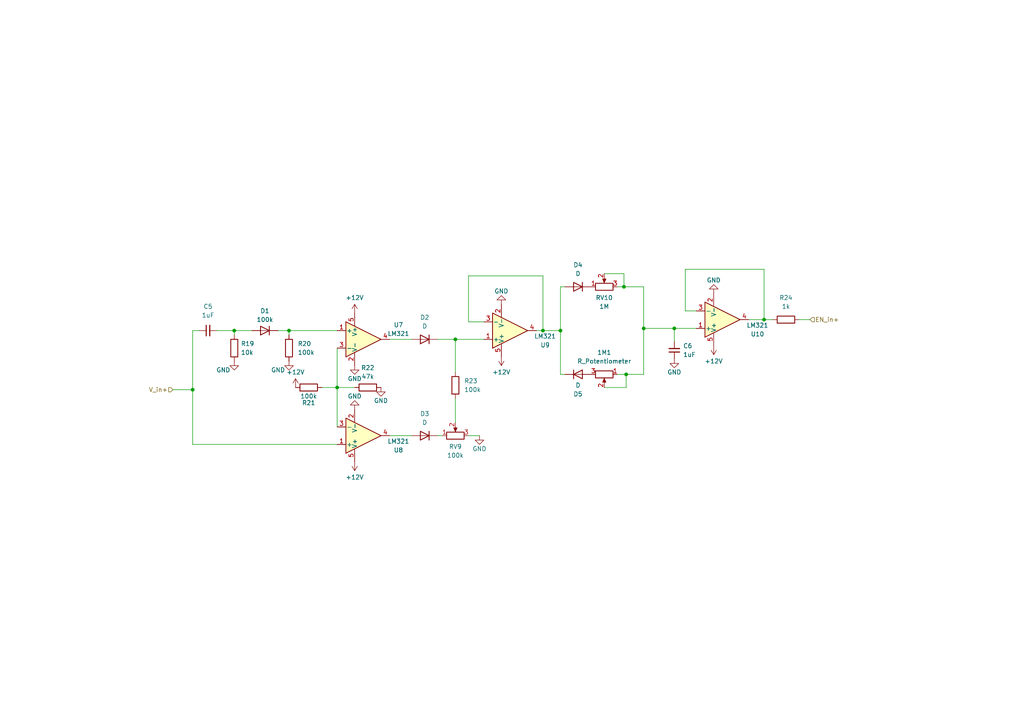
<source format=kicad_sch>
(kicad_sch (version 20230121) (generator eeschema)
  (paper "A4")
  (lib_symbols
    (symbol "Amplifier_Operational:LM321" (pin_names (offset 0.127))
      (property "Reference" "U" (at 0 7.62 0))
      (property "Value" "LM321" (at 0 5.08 0))
      (symbol "LM321_0_1"
        (polyline (pts (xy -5.08 5.08) (xy 5.08 0) (xy -5.08 -5.08) (xy -5.08 5.08)) (stroke (width 0.254)) (fill (type background)))
      )
      (symbol "LM321_1_1"
        (pin input line (at -7.62 2.54 0) (length 2.54) (name "+") (number "1"))
        (pin power_in line (at -2.54 -7.62 90) (length 3.81) (name "V-") (number "2"))
        (pin input line (at -7.62 -2.54 0) (length 2.54) (name "-") (number "3"))
        (pin output line (at 7.62 0 180) (length 2.54) (name "~") (number "4"))
        (pin power_in line (at -2.54 7.62 270) (length 3.81) (name "V+") (number "5"))
      )
    )
    (symbol "Device:C_Small" (pin_numbers hide) (pin_names (offset 0.254) hide)
      (property "Reference" "C" (at 0.254 1.778 0))
      (property "Value" "C_Small" (at 0.254 -2.032 0))
      (symbol "C_Small_0_1"
        (polyline (pts (xy -1.524 -0.508) (xy 1.524 -0.508)) (stroke (width 0.3302)))
        (polyline (pts (xy -1.524 0.508) (xy 1.524 0.508)) (stroke (width 0.3048)))
      )
      (symbol "C_Small_1_1"
        (pin passive line (at 0 2.54 270) (length 2.032) (name "~") (number "1"))
        (pin passive line (at 0 -2.54 90) (length 2.032) (name "~") (number "2"))
      )
    )
    (symbol "Device:D" (pin_numbers hide) (pin_names (offset 1.016) hide)
      (property "Reference" "D" (at 0 2.54 0))
      (property "Value" "D" (at 0 -2.54 0))
      (symbol "D_0_1"
        (polyline (pts (xy -1.27 1.27) (xy -1.27 -1.27)) (stroke (width 0.254)))
        (polyline (pts (xy 1.27 0) (xy -1.27 0)))
        (polyline (pts (xy 1.27 1.27) (xy 1.27 -1.27) (xy -1.27 0) (xy 1.27 1.27)) (stroke (width 0.254)))
      )
      (symbol "D_1_1"
        (pin passive line (at -3.81 0 0) (length 2.54) (name "K") (number "1"))
        (pin passive line (at 3.81 0 180) (length 2.54) (name "A") (number "2"))
      )
    )
    (symbol "Device:R" (pin_numbers hide) (pin_names (offset 0))
      (property "Reference" "R" (at 2.032 0 90))
      (property "Value" "R" (at 0 0 90))
      (symbol "R_0_1"
        (rectangle (start -1.016 -2.54) (end 1.016 2.54) (stroke (width 0.254)))
      )
      (symbol "R_1_1"
        (pin passive line (at 0 3.81 270) (length 1.27) (name "~") (number "1"))
        (pin passive line (at 0 -3.81 90) (length 1.27) (name "~") (number "2"))
      )
    )
    (symbol "Device:R_Potentiometer" (pin_names (offset 1.016) hide)
      (property "Reference" "RV" (at -4.445 0 90))
      (property "Value" "R_Potentiometer" (at -2.54 0 90))
      (symbol "R_Potentiometer_0_1"
        (polyline (pts (xy 2.54 0) (xy 1.524 0)))
        (polyline (pts (xy 1.143 0) (xy 2.286 0.508) (xy 2.286 -0.508) (xy 1.143 0)) (fill (type outline)))
        (rectangle (start 1.016 2.54) (end -1.016 -2.54) (stroke (width 0.254)))
      )
      (symbol "R_Potentiometer_1_1"
        (pin passive line (at 0 3.81 270) (length 1.27) (name "1") (number "1"))
        (pin passive line (at 3.81 0 180) (length 1.27) (name "2") (number "2"))
        (pin passive line (at 0 -3.81 90) (length 1.27) (name "3") (number "3"))
      )
    )
    (symbol "power:+12V" (power) (pin_names (offset 0))
      (property "Value" "+12V" (at 0 3.556 0))
      (symbol "+12V_0_1"
        (polyline (pts (xy -0.762 1.27) (xy 0 2.54)))
        (polyline (pts (xy 0 0) (xy 0 2.54)))
        (polyline (pts (xy 0 2.54) (xy 0.762 1.27)))
      )
      (symbol "+12V_1_1"
        (pin power_in line (at 0 0 90) (length 0) hide (name "+12V") (number "1"))
      )
    )
    (symbol "power:GND" (power) (pin_names (offset 0))
      (property "Value" "GND" (at 0 -3.81 0))
      (symbol "GND_0_1"
        (polyline (pts (xy 0 0) (xy 0 -1.27) (xy 1.27 -1.27) (xy 0 -2.54) (xy -1.27 -1.27) (xy 0 -1.27)))
      )
      (symbol "GND_1_1"
        (pin power_in line (at 0 0 270) (length 0) hide (name "GND") (number "1"))
      )
    )
  )
  (junction (at 181.61 108.585))
  (junction (at 67.945 95.885))
  (junction (at 157.48 95.885))
  (junction (at 221.615 92.71))
  (junction (at 83.82 95.885))
  (junction (at 162.56 95.885))
  (junction (at 132.08 98.425))
  (junction (at 55.88 113.03))
  (junction (at 97.79 112.395))
  (junction (at 180.975 83.185))
  (junction (at 195.58 95.25))
  (junction (at 186.69 95.25))
  (wire (pts (xy 179.07 83.185) (xy 180.975 83.185)))
  (wire (pts (xy 50.165 113.03) (xy 55.88 113.03)))
  (wire (pts (xy 155.575 95.885) (xy 157.48 95.885)))
  (wire (pts (xy 217.17 92.71) (xy 221.615 92.71)))
  (wire (pts (xy 162.56 95.885) (xy 162.56 108.585)))
  (wire (pts (xy 180.975 79.375) (xy 180.975 83.185)))
  (wire (pts (xy 97.79 112.395) (xy 102.87 112.395)))
  (wire (pts (xy 132.08 115.57) (xy 132.08 122.555)))
  (wire (pts (xy 181.61 108.585) (xy 186.69 108.585)))
  (wire (pts (xy 195.58 95.25) (xy 201.93 95.25)))
  (wire (pts (xy 198.755 78.105) (xy 198.755 90.17)))
  (wire (pts (xy 221.615 92.71) (xy 224.155 92.71)))
  (wire (pts (xy 113.03 126.365) (xy 119.38 126.365)))
  (wire (pts (xy 55.88 128.905) (xy 97.79 128.905)))
  (wire (pts (xy 186.69 95.25) (xy 195.58 95.25)))
  (wire (pts (xy 157.48 80.01) (xy 157.48 95.885)))
  (wire (pts (xy 55.88 95.885) (xy 57.785 95.885)))
  (wire (pts (xy 80.645 95.885) (xy 83.82 95.885)))
  (wire (pts (xy 140.335 98.425) (xy 132.08 98.425)))
  (wire (pts (xy 175.26 112.395) (xy 181.61 112.395)))
  (wire (pts (xy 67.945 95.885) (xy 73.025 95.885)))
  (wire (pts (xy 198.755 78.105) (xy 221.615 78.105)))
  (wire (pts (xy 186.69 95.25) (xy 186.69 108.585)))
  (wire (pts (xy 83.82 95.885) (xy 97.79 95.885)))
  (wire (pts (xy 180.975 83.185) (xy 186.69 83.185)))
  (wire (pts (xy 135.89 80.01) (xy 135.89 93.345)))
  (wire (pts (xy 83.82 95.885) (xy 83.82 97.155)))
  (wire (pts (xy 55.88 95.885) (xy 55.88 113.03)))
  (wire (pts (xy 231.775 92.71) (xy 234.95 92.71)))
  (wire (pts (xy 162.56 108.585) (xy 163.83 108.585)))
  (wire (pts (xy 67.945 95.885) (xy 67.945 97.155)))
  (wire (pts (xy 175.26 79.375) (xy 180.975 79.375)))
  (wire (pts (xy 55.88 113.03) (xy 55.88 128.905)))
  (wire (pts (xy 62.865 95.885) (xy 67.945 95.885)))
  (wire (pts (xy 181.61 108.585) (xy 181.61 112.395)))
  (wire (pts (xy 97.79 100.965) (xy 97.79 112.395)))
  (wire (pts (xy 186.69 83.185) (xy 186.69 95.25)))
  (wire (pts (xy 195.58 95.25) (xy 195.58 99.06)))
  (wire (pts (xy 135.89 80.01) (xy 157.48 80.01)))
  (wire (pts (xy 162.56 83.185) (xy 163.83 83.185)))
  (wire (pts (xy 132.08 98.425) (xy 127 98.425)))
  (wire (pts (xy 113.03 98.425) (xy 119.38 98.425)))
  (wire (pts (xy 179.07 108.585) (xy 181.61 108.585)))
  (wire (pts (xy 135.89 93.345) (xy 140.335 93.345)))
  (wire (pts (xy 198.755 90.17) (xy 201.93 90.17)))
  (wire (pts (xy 221.615 78.105) (xy 221.615 92.71)))
  (wire (pts (xy 135.89 126.365) (xy 139.065 126.365)))
  (wire (pts (xy 132.08 98.425) (xy 132.08 107.95)))
  (wire (pts (xy 128.27 126.365) (xy 127 126.365)))
  (wire (pts (xy 97.79 112.395) (xy 97.79 123.825)))
  (wire (pts (xy 93.345 112.395) (xy 97.79 112.395)))
  (wire (pts (xy 162.56 83.185) (xy 162.56 95.885)))
  (wire (pts (xy 157.48 95.885) (xy 162.56 95.885)))
  (hierarchical_label "V_in+" (shape input) (at 50.165 113.03 180))
  (hierarchical_label "EN_in+" (shape input) (at 234.95 92.71 0))
  (symbol (lib_id "Device:R_Potentiometer") (at 175.26 108.585 270) (unit 1)
    (property "Reference" "1M1" (at 175.26 102.235 90))
    (property "Value" "R_Potentiometer" (at 175.26 104.775 90))
    (property "Footprint" "Potentiometer_THT:Potentiometer_Bourns_PTV09A-1_Single_Vertical" (effects hide))
  )
  (symbol (lib_id "Device:D") (at 167.64 108.585 0) (unit 1)
    (property "Reference" "D5" (at 167.64 114.3 0))
    (property "Value" "D" (at 167.64 111.76 0))
    (property "Footprint" "Diode_SMD:D_0805_2012Metric" (effects hide))
    (property "Sim.Device" "D" (effects hide))
    (property "Sim.Pins" "1=K 2=A" (effects hide))
  )
  (symbol (lib_id "power:GND") (at 110.49 112.395 0) (unit 1)
    (property "Reference" "#PWR024" (effects hide))
    (property "Value" "GND" (at 110.49 116.205 0))
  )
  (symbol (lib_id "Device:R_Potentiometer") (at 132.08 126.365 90) (unit 1)
    (property "Reference" "RV9" (at 132.08 129.54 90))
    (property "Value" "100k" (at 132.08 132.08 90))
    (property "Footprint" "Resistor_SMD:R_0805_2012Metric" (effects hide))
  )
  (symbol (lib_id "Device:R") (at 67.945 100.965 0) (unit 1)
    (property "Reference" "R19" (at 69.85 99.695 0) (effects (justify left)))
    (property "Value" "10k" (at 69.85 102.235 0) (effects (justify left)))
    (property "Footprint" "Resistor_SMD:R_0805_2012Metric" (effects hide))
  )
  (symbol (lib_id "power:GND") (at 102.87 106.045 0) (unit 1)
    (property "Reference" "#PWR021" (effects hide))
    (property "Value" "GND" (at 102.87 109.855 0))
  )
  (symbol (lib_id "power:+12V") (at 145.415 103.505 0) (mirror x) (unit 1)
    (property "Reference" "#PWR027" (effects hide))
    (property "Value" "+12V" (at 145.415 107.95 0))
  )
  (symbol (lib_id "Device:R") (at 89.535 112.395 90) (unit 1)
    (property "Reference" "R21" (at 89.535 116.84 90))
    (property "Value" "100k" (at 89.535 114.935 90))
    (property "Footprint" "Resistor_SMD:R_0805_2012Metric" (effects hide))
  )
  (symbol (lib_id "power:GND") (at 67.945 104.775 0) (unit 1)
    (property "Reference" "#PWR011" (effects hide))
    (property "Value" "GND" (at 64.77 107.315 0))
  )
  (symbol (lib_id "Device:C_Small") (at 195.58 101.6 180) (unit 1)
    (property "Reference" "C6" (at 198.12 100.3236 0) (effects (justify right)))
    (property "Value" "1uF" (at 198.12 102.8636 0) (effects (justify right)))
    (property "Footprint" "Capacitor_SMD:C_0805_2012Metric" (effects hide))
  )
  (symbol (lib_id "power:+12V") (at 85.725 112.395 0) (unit 1)
    (property "Reference" "#PWR019" (effects hide))
    (property "Value" "+12V" (at 85.725 107.95 0))
  )
  (symbol (lib_id "Device:D") (at 123.19 98.425 180) (unit 1)
    (property "Reference" "D2" (at 123.19 92.075 0))
    (property "Value" "D" (at 123.19 94.615 0))
    (property "Footprint" "Diode_SMD:D_0805_2012Metric" (effects hide))
    (property "Sim.Device" "D" (effects hide))
    (property "Sim.Pins" "1=K 2=A" (effects hide))
  )
  (symbol (lib_id "power:GND") (at 195.58 104.14 0) (unit 1)
    (property "Reference" "#PWR028" (effects hide))
    (property "Value" "GND" (at 195.58 107.95 0))
  )
  (symbol (lib_id "power:GND") (at 139.065 126.365 0) (unit 1)
    (property "Reference" "#PWR025" (effects hide))
    (property "Value" "GND" (at 139.065 130.175 0))
  )
  (symbol (lib_id "Amplifier_Operational:LM321") (at 147.955 95.885 0) (mirror x) (unit 1)
    (property "Reference" "U9" (at 158.115 100.0759 0))
    (property "Value" "LM321" (at 158.115 97.5359 0))
    (property "Footprint" "Package_TO_SOT_SMD:SOT-23-5" (effects hide))
    (property "Datasheet" "http://www.ti.com/lit/ds/symlink/lm321.pdf" (effects hide))
  )
  (symbol (lib_id "power:GND") (at 83.82 104.775 0) (unit 1)
    (property "Reference" "#PWR018" (effects hide))
    (property "Value" "GND" (at 80.645 107.315 0))
  )
  (symbol (lib_id "Device:R") (at 106.68 112.395 90) (unit 1)
    (property "Reference" "R22" (at 106.68 106.68 90))
    (property "Value" "47k" (at 106.68 109.22 90))
    (property "Footprint" "Resistor_SMD:R_0805_2012Metric" (effects hide))
  )
  (symbol (lib_id "Device:D") (at 123.19 126.365 180) (unit 1)
    (property "Reference" "D3" (at 123.19 120.015 0))
    (property "Value" "D" (at 123.19 122.555 0))
    (property "Footprint" "Diode_SMD:D_0805_2012Metric" (effects hide))
    (property "Sim.Device" "D" (effects hide))
    (property "Sim.Pins" "1=K 2=A" (effects hide))
  )
  (symbol (lib_id "power:+12V") (at 207.01 100.33 0) (mirror x) (unit 1)
    (property "Reference" "#PWR030" (effects hide))
    (property "Value" "+12V" (at 207.01 104.775 0))
  )
  (symbol (lib_id "Device:D") (at 167.64 83.185 180) (unit 1)
    (property "Reference" "D4" (at 167.64 76.835 0))
    (property "Value" "D" (at 167.64 79.375 0))
    (property "Footprint" "Diode_SMD:D_0805_2012Metric" (effects hide))
    (property "Sim.Device" "D" (effects hide))
    (property "Sim.Pins" "1=K 2=A" (effects hide))
  )
  (symbol (lib_id "Device:D") (at 76.835 95.885 180) (unit 1)
    (property "Reference" "D1" (at 76.835 90.17 0))
    (property "Value" "100k" (at 76.835 92.71 0))
    (property "Footprint" "Diode_SMD:D_0805_2012Metric" (effects hide))
    (property "Sim.Device" "D" (effects hide))
    (property "Sim.Pins" "1=K 2=A" (effects hide))
  )
  (symbol (lib_id "Amplifier_Operational:LM321") (at 105.41 126.365 0) (mirror x) (unit 1)
    (property "Reference" "U8" (at 115.57 130.5559 0))
    (property "Value" "LM321" (at 115.57 128.0159 0))
    (property "Footprint" "Package_TO_SOT_SMD:SOT-23-5" (effects hide))
    (property "Datasheet" "http://www.ti.com/lit/ds/symlink/lm321.pdf" (effects hide))
  )
  (symbol (lib_id "Device:R") (at 227.965 92.71 270) (unit 1)
    (property "Reference" "R24" (at 227.965 86.36 90))
    (property "Value" "1k" (at 227.965 88.9 90))
    (property "Footprint" "Resistor_SMD:R_0805_2012Metric" (effects hide))
  )
  (symbol (lib_id "power:+12V") (at 102.87 133.985 0) (mirror x) (unit 1)
    (property "Reference" "#PWR023" (effects hide))
    (property "Value" "+12V" (at 102.87 138.43 0))
  )
  (symbol (lib_id "power:GND") (at 207.01 85.09 180) (unit 1)
    (property "Reference" "#PWR029" (effects hide))
    (property "Value" "GND" (at 207.01 81.28 0))
  )
  (symbol (lib_id "Device:R_Potentiometer") (at 175.26 83.185 90) (unit 1)
    (property "Reference" "RV10" (at 175.26 86.36 90))
    (property "Value" "1M" (at 175.26 88.9 90))
    (property "Footprint" "Potentiometer_THT:Potentiometer_Bourns_PTV09A-1_Single_Vertical" (effects hide))
  )
  (symbol (lib_id "power:GND") (at 145.415 88.265 180) (unit 1)
    (property "Reference" "#PWR026" (effects hide))
    (property "Value" "GND" (at 145.415 84.455 0))
  )
  (symbol (lib_id "power:+12V") (at 102.87 90.805 0) (unit 1)
    (property "Reference" "#PWR020" (effects hide))
    (property "Value" "+12V" (at 102.87 86.36 0))
  )
  (symbol (lib_id "Device:R") (at 83.82 100.965 0) (unit 1)
    (property "Reference" "R20" (at 86.36 99.695 0) (effects (justify left)))
    (property "Value" "100k" (at 86.36 102.235 0) (effects (justify left)))
    (property "Footprint" "Resistor_SMD:R_0805_2012Metric" (effects hide))
  )
  (symbol (lib_id "Device:C_Small") (at 60.325 95.885 90) (unit 1)
    (property "Reference" "C5" (at 60.3313 88.9 90))
    (property "Value" "1uF" (at 60.3313 91.44 90))
    (property "Footprint" "Capacitor_SMD:C_0805_2012Metric" (effects hide))
  )
  (symbol (lib_id "Amplifier_Operational:LM321") (at 105.41 98.425 0) (unit 1)
    (property "Reference" "U7" (at 115.57 94.2341 0))
    (property "Value" "LM321" (at 115.57 96.7741 0))
    (property "Footprint" "Package_TO_SOT_SMD:SOT-23-5" (effects hide))
    (property "Datasheet" "http://www.ti.com/lit/ds/symlink/lm321.pdf" (effects hide))
  )
  (symbol (lib_id "Device:R") (at 132.08 111.76 0) (unit 1)
    (property "Reference" "R23" (at 134.62 110.49 0) (effects (justify left)))
    (property "Value" "100k" (at 134.62 113.03 0) (effects (justify left)))
    (property "Footprint" "Resistor_SMD:R_0805_2012Metric" (effects hide))
  )
  (symbol (lib_id "power:GND") (at 102.87 118.745 180) (unit 1)
    (property "Reference" "#PWR022" (effects hide))
    (property "Value" "GND" (at 102.87 114.935 0))
  )
  (symbol (lib_id "Amplifier_Operational:LM321") (at 209.55 92.71 0) (mirror x) (unit 1)
    (property "Reference" "U10" (at 219.71 96.9009 0))
    (property "Value" "LM321" (at 219.71 94.3609 0))
    (property "Footprint" "Package_TO_SOT_SMD:SOT-23-5" (effects hide))
    (property "Datasheet" "http://www.ti.com/lit/ds/symlink/lm321.pdf" (effects hide))
  )
)
</source>
